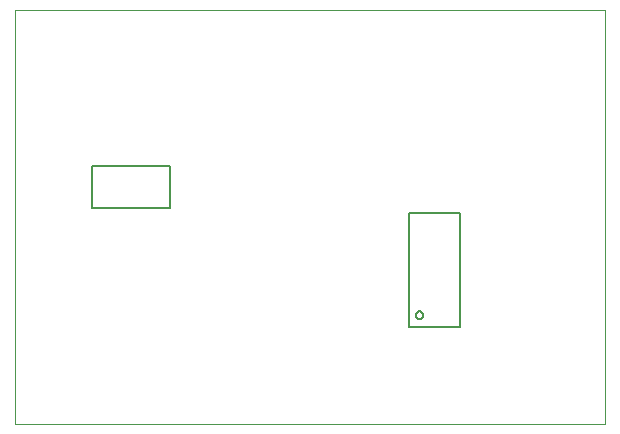
<source format=gbo>
G75*
%MOIN*%
%OFA0B0*%
%FSLAX25Y25*%
%IPPOS*%
%LPD*%
%AMOC8*
5,1,8,0,0,1.08239X$1,22.5*
%
%ADD10C,0.00000*%
%ADD11C,0.00800*%
D10*
X0007000Y0020587D02*
X0007000Y0158383D01*
X0203850Y0158383D01*
X0203850Y0020587D01*
X0007000Y0020587D01*
D11*
X0032848Y0092337D02*
X0058652Y0092337D01*
X0058652Y0106337D01*
X0032848Y0106337D01*
X0032848Y0092337D01*
X0138535Y0090735D02*
X0138535Y0052940D01*
X0155465Y0052940D01*
X0155465Y0090735D01*
X0138535Y0090735D01*
X0140602Y0056778D02*
X0140604Y0056849D01*
X0140610Y0056920D01*
X0140620Y0056991D01*
X0140634Y0057060D01*
X0140651Y0057129D01*
X0140673Y0057197D01*
X0140698Y0057264D01*
X0140727Y0057329D01*
X0140759Y0057392D01*
X0140795Y0057454D01*
X0140834Y0057513D01*
X0140877Y0057570D01*
X0140922Y0057625D01*
X0140971Y0057677D01*
X0141022Y0057726D01*
X0141076Y0057772D01*
X0141133Y0057816D01*
X0141191Y0057856D01*
X0141252Y0057892D01*
X0141315Y0057926D01*
X0141380Y0057955D01*
X0141446Y0057981D01*
X0141514Y0058004D01*
X0141582Y0058022D01*
X0141652Y0058037D01*
X0141722Y0058048D01*
X0141793Y0058055D01*
X0141864Y0058058D01*
X0141935Y0058057D01*
X0142006Y0058052D01*
X0142077Y0058043D01*
X0142147Y0058030D01*
X0142216Y0058014D01*
X0142284Y0057993D01*
X0142351Y0057969D01*
X0142417Y0057941D01*
X0142480Y0057909D01*
X0142542Y0057874D01*
X0142602Y0057836D01*
X0142660Y0057794D01*
X0142715Y0057750D01*
X0142768Y0057702D01*
X0142818Y0057651D01*
X0142865Y0057598D01*
X0142909Y0057542D01*
X0142950Y0057484D01*
X0142988Y0057423D01*
X0143022Y0057361D01*
X0143052Y0057296D01*
X0143079Y0057231D01*
X0143103Y0057163D01*
X0143122Y0057095D01*
X0143138Y0057026D01*
X0143150Y0056955D01*
X0143158Y0056885D01*
X0143162Y0056814D01*
X0143162Y0056742D01*
X0143158Y0056671D01*
X0143150Y0056601D01*
X0143138Y0056530D01*
X0143122Y0056461D01*
X0143103Y0056393D01*
X0143079Y0056325D01*
X0143052Y0056260D01*
X0143022Y0056195D01*
X0142988Y0056133D01*
X0142950Y0056072D01*
X0142909Y0056014D01*
X0142865Y0055958D01*
X0142818Y0055905D01*
X0142768Y0055854D01*
X0142715Y0055806D01*
X0142660Y0055762D01*
X0142602Y0055720D01*
X0142542Y0055682D01*
X0142480Y0055647D01*
X0142417Y0055615D01*
X0142351Y0055587D01*
X0142284Y0055563D01*
X0142216Y0055542D01*
X0142147Y0055526D01*
X0142077Y0055513D01*
X0142006Y0055504D01*
X0141935Y0055499D01*
X0141864Y0055498D01*
X0141793Y0055501D01*
X0141722Y0055508D01*
X0141652Y0055519D01*
X0141582Y0055534D01*
X0141514Y0055552D01*
X0141446Y0055575D01*
X0141380Y0055601D01*
X0141315Y0055630D01*
X0141252Y0055664D01*
X0141191Y0055700D01*
X0141133Y0055740D01*
X0141076Y0055784D01*
X0141022Y0055830D01*
X0140971Y0055879D01*
X0140922Y0055931D01*
X0140877Y0055986D01*
X0140834Y0056043D01*
X0140795Y0056102D01*
X0140759Y0056164D01*
X0140727Y0056227D01*
X0140698Y0056292D01*
X0140673Y0056359D01*
X0140651Y0056427D01*
X0140634Y0056496D01*
X0140620Y0056565D01*
X0140610Y0056636D01*
X0140604Y0056707D01*
X0140602Y0056778D01*
M02*

</source>
